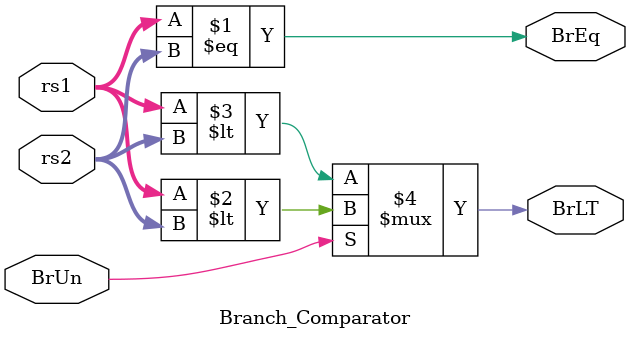
<source format=sv>
module Branch_Comparator #(
  parameter WIDTH = 32
)(
  input  wire [WIDTH-1:0] rs1,
  input  wire [WIDTH-1:0] rs2,
  input  wire             BrUn,   // 0 = signed, 1 = unsigned
  output wire             BrEq,   // rs1 == rs2
  output wire             BrLT    // rs1 <  rs2  (theo BrUn)
);
  assign BrEq = (rs1 == rs2);
  assign BrLT = (BrUn) ? (rs1 < rs2)                  // unsigned
                       : ($signed(rs1) < $signed(rs2)); // signed
endmodule

</source>
